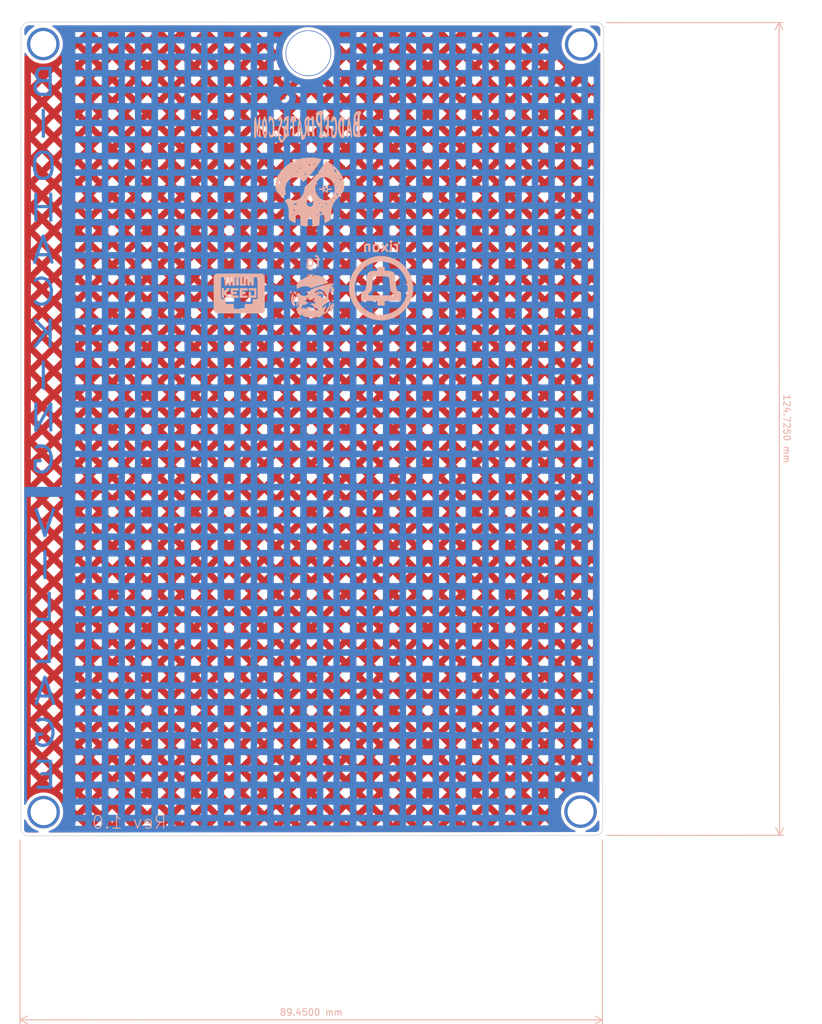
<source format=kicad_pcb>
(kicad_pcb (version 20211014) (generator pcbnew)
  (title_block (title "BioHack Village Badge") (date "2022-07-22") (rev "1.0") (company "BadgePirates LLC") (comment 1 "Schematic: Rixon") (comment 2 "Artwork:") (comment 3 "Layout: FG"))
  (layers (0 "F.Cu" signal) (31 "B.Cu" signal) (34 "B.Paste" user) (35 "F.Paste" user) (36 "B.SilkS" user "B.Silkscreen") (37 "F.SilkS" user "F.Silkscreen") (38 "B.Mask" user) (39 "F.Mask" user) (44 "Edge.Cuts" user))
  (net 0 "")
  (net 1 "Net-(BZ1-Pad1)")
  (footprint "BadgePiratesLogo:rixon_B.SLK" (layer "F.Cu") (at 118.872 77.597)
    (fp_text reference "G***" hide)
    (fp_text value "rixon" (at 0 -6.35 -180) (layer "B.SilkS") (effects (font (size 1.524 1.524) (thickness 0.3)) (justify mirror)))
  )
  (footprint "BadgePiratesLogo:NG_BSilk" (layer "F.Cu") (at 96.976876 78.206971)
    (fp_text reference "G***" hide)
    (fp_text value "NG_BSilk" hide)
  )
  (footprint "BadgePirateLogos:BadgePiratesURL_B.SLK" (layer "F.Cu") (at 107.566105 53.542501)
    (fp_text reference "G***" hide)
    (fp_text value "LOGO" hide)
  )
  (footprint "BadgePiratesLogo:BPSkull_Distressed_10x10_BSILK" (layer "F.Cu") (at 107.95 62.865)
    (fp_text reference "G***" hide)
    (fp_text value "BP Logo" hide)
  )
  (footprint "BadgePiratesLogo:FG_10x10_BSILK" (layer "F.Cu") (at 108.39962 78.601868)
    (fp_text reference "G***" hide)
    (fp_text value "fg" (at 0 -5.08) (layer "B.SilkS") (effects (font (size 1.54 1.54) (thickness 0.25)) (justify mirror)))
  )
  (gr_line (start 63.5654 38.265) (end 63.51782 160.64658) (layer "Edge.Cuts") (width 0.1))
  (gr_line (start 151.925137 36.812663) (end 64.9904 36.765) (layer "Edge.Cuts") (width 0.1))
  (gr_arc (start 63.5654 38.265) (mid 63.918283 37.173364) (end 64.9904 36.765) (layer "Edge.Cuts") (width 0.1))
  (gr_line (start 64.53382 161.66258) (end 151.7982 161.5822) (layer "Edge.Cuts") (width 0.1))
  (gr_arc (start 64.53382 161.66258) (mid 63.8154 161.365) (end 63.51782 160.64658) (layer "Edge.Cuts") (width 0.1))
  (gr_arc (start 151.925137 36.812663) (mid 152.7154 37.14) (end 153.042737 37.930263) (layer "Edge.Cuts") (width 0.1))
  (gr_line (start 152.8904 160.49) (end 153.042737 37.930263) (layer "Edge.Cuts") (width 0.1))
  (gr_arc (start 152.8904 160.49) (mid 152.570502 161.262302) (end 151.7982 161.5822) (layer "Edge.Cuts") (width 0.1))
  (gr_text "B\nI\nO\nH\nA\nC\nK\nI\nN\nG" (at 66.975 75.025) (layer "B.Cu") (effects (font (size 4 4) (thickness 0.5)) (justify mirror)))
  (gr_text "V\nI\nL\nL\nA\nG\nE" (at 67.225 133.075) (layer "B.Cu") (effects (font (size 4 4) (thickness 0.5)) (justify mirror)))
  (gr_text "Rev 1.0" (at 80.175 159.575) (layer "B.SilkS") (effects (font (size 2 2)) (justify mirror)))
  (dimension (type aligned) (layer "B.SilkS") (pts (xy 152.9154 36.865) (xy 152.9904 161.59)) (height -27.076396) (gr_text "124.7250 mm" (at 181.179291 99.210526 270.0344533) (layer "B.SilkS") (effects (font (size 1 1) (thickness 0.15)))) (format (units 3) (units_format 1) (precision 4)) (style (thickness 0.15) (arrow_length 1.27) (text_position_mode 0) (extension_height 0.58642) (extension_offset 0.5) keep_text_aligned))
  (dimension (type aligned) (layer "B.SilkS") (pts (xy 152.8654 161.84) (xy 63.4154 161.815)) (height -28.074034) (gr_text "89.4500 mm" (at 108.132875 188.751533 -0.01601335328) (layer "B.SilkS") (effects (font (size 1 1) (thickness 0.15)))) (format (units 3) (units_format 1) (precision 4)) (style (thickness 0.15) (arrow_length 1.27) (text_position_mode 0) (extension_height 0.58642) (extension_offset 0.5) keep_text_aligned))
  (via (at 149.6 40.2) (size 5) (drill 4) (layers "F.Cu" "B.Cu") (net 0))
  (via (at 149.5 157.95) (size 5) (drill 4) (layers "F.Cu" "B.Cu") (net 0))
  (via (at 67.025 158.025) (size 5) (drill 4) (layers "F.Cu" "B.Cu") (net 0))
  (via (at 107.6904 41.565) (size 7) (drill 6.8) (layers "F.Cu" "B.Cu") (net 0))
  (via (at 66.975 40.15) (size 5) (drill 4) (layers "F.Cu" "B.Cu") (net 0))
  (segment (start 104.0276 48.5434) (end 104.1209 48.4501) (width 0.25) (layer "B.Cu") (net 1))
  (zone (net 0) (net_name "") (layer "F.Cu") (connect_pads (clearance 0.508)) (min_thickness 0.254) (fill yes (mode hatch) (thermal_gap 0.508) (thermal_bridge_width 0.508) (hatch_thickness 1.016) (hatch_gap 1.524) (hatch_orientation 45) (hatch_border_algorithm hatch_thickness) (hatch_min_hole_area 0.3))
    (polygon (pts (xy 155.747593 164.06192) (xy 62.021593 164.31592) (xy 62.783593 35.53792) (xy 155.239593 35.53792)))
  )
  (zone (net 0) (net_name "") (layer "B.Cu") (connect_pads (clearance 0.508)) (min_thickness 0.254) (fill yes (mode hatch) (thermal_gap 0.508) (thermal_bridge_width 0.508) (hatch_thickness 1.016) (hatch_gap 1.524) (hatch_orientation 0) (hatch_border_algorithm hatch_thickness) (hatch_min_hole_area 0.3))
    (polygon (pts (xy 157.099 33.645501) (xy 157.099 165.217501) (xy 60.325 165.217501) (xy 61.341 33.391501)))
  )
)
</source>
